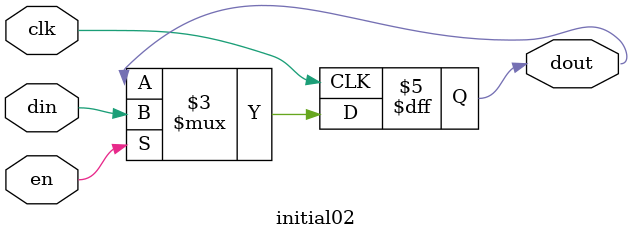
<source format=v>
module initial02(input clk, din, en,
		 output reg dout);
   initial
     dout = 0;

   always @(posedge clk)
     if (en)
       dout <= din;
endmodule

</source>
